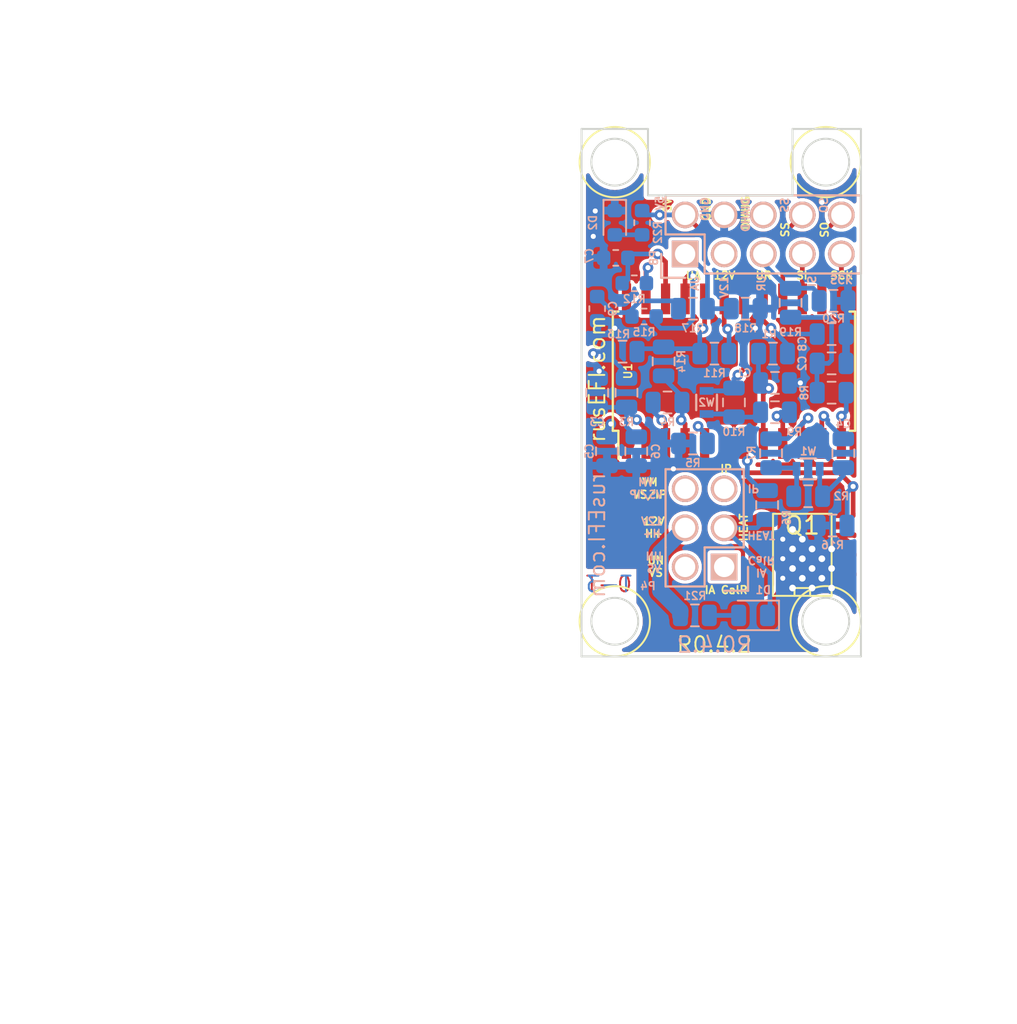
<source format=kicad_pcb>
(kicad_pcb (version 20171130) (host pcbnew "(5.1.5)-3")
  (title_block (title "CJ125 Wide O2 ") (date 2020-06-12) (rev R0.4.2) (company http://rusefi.com/))
  (layers (0 F.Cu signal) (1 PWR power) (2 GND power) (31 B.Cu signal) (34 B.Paste user) (35 F.Paste user) (36 B.SilkS user) (37 F.SilkS user) (38 B.Mask user) (39 F.Mask user) (44 Edge.Cuts user))
  (net 0 "")
  (net 1 GND)
  (net 2 /RST)
  (net 3 /CJ125_UR)
  (net 4 /UN)
  (net 5 "Net-(C4-Pad1)")
  (net 6 /CM)
  (net 7 /WO2-12V)
  (net 8 /CF)
  (net 9 /CJ125_5v)
  (net 10 /CJ125_UA)
  (net 11 /CJ125_IP)
  (net 12 /CJ125_HEATER)
  (net 13 /CJ125_IA)
  (net 14 /CJ125_VM)
  (net 15 /CJ125_UN)
  (net 16 /CJ125_SS)
  (net 17 /CJ125_SI)
  (net 18 /CJ125_SO)
  (net 19 /CJ125_SCK)
  (net 20 "Net-(R2-Pad1)")
  (net 21 /OSZ)
  (net 22 /DIAHD)
  (net 23 /RM)
  (net 24 /UR)
  (net 25 "Net-(R10-Pad2)")
  (net 26 /RS)
  (net 27 /UP)
  (net 28 /US)
  (net 29 /RF)
  (net 30 /UA)
  (net 31 /DIAHG)
  (net 32 "Net-(P8-Pad1)")
  (net 33 "Net-(P8-Pad5)")
  (net 34 "Net-(D1-Pad2)")
  (net 35 "Net-(D2-Pad2)")
  (module Resistor_SMD:R_0805_2012Metric (layer B.Cu) (at 118.745 136.525 180)
    (fp_text reference R21 (at 0 1.27) (layer B.SilkS) (effects (font (size 0.508 0.508) (thickness 0.1016)) (justify mirror)))
    (fp_text value 4.7k)
    (pad 2 smd roundrect (at 0.9375 0 180) (size 0.975 1.4) (layers B.Cu B.Paste B.Mask) (net 7 /WO2-12V))
    (pad 1 smd roundrect (at -0.9375 0 180) (size 0.975 1.4) (layers B.Cu B.Paste B.Mask) (net 34 "Net-(D1-Pad2)"))
  )
  (module Resistor_SMD:R_0805_2012Metric (layer B.Cu) (at 127.762 116.078)
    (fp_text reference R20 (at 0 1.143) (layer B.SilkS) (effects (font (size 0.508 0.508) (thickness 0.1016)) (justify mirror)))
    (fp_text value 10k)
    (pad 2 smd roundrect (at 0.9375 0) (size 0.975 1.4) (layers B.Cu B.Paste B.Mask) (net 1 GND))
    (pad 1 smd roundrect (at -0.9375 0) (size 0.975 1.4) (layers B.Cu B.Paste B.Mask) (net 33 "Net-(P8-Pad5)"))
  )
  (module Resistor_SMD:R_0805_2012Metric (layer B.Cu) (at 124.968 116.205 270)
    (fp_text reference R19 (at 1.905 0 180) (layer B.SilkS) (effects (font (size 0.508 0.508) (thickness 0.1016)) (justify mirror)))
    (fp_text value 6.8k)
    (pad 2 smd roundrect (at 0.9375 0 270) (size 0.975 1.4) (layers B.Cu B.Paste B.Mask) (net 3 /CJ125_UR))
    (pad 1 smd roundrect (at -0.9375 0 270) (size 0.975 1.4) (layers B.Cu B.Paste B.Mask) (net 33 "Net-(P8-Pad5)"))
  )
  (module Resistor_SMD:R_0805_2012Metric (layer B.Cu) (at 122.047 116.586)
    (fp_text reference R18 (at 0 1.27) (layer B.SilkS) (effects (font (size 0.508 0.508) (thickness 0.1016)) (justify mirror)))
    (fp_text value 10k)
    (pad 2 smd roundrect (at 0.9375 0) (size 0.975 1.4) (layers B.Cu B.Paste B.Mask) (net 1 GND))
    (pad 1 smd roundrect (at -0.9375 0) (size 0.975 1.4) (layers B.Cu B.Paste B.Mask) (net 32 "Net-(P8-Pad1)"))
  )
  (module Resistor_SMD:R_0805_2012Metric (layer B.Cu) (at 118.618 116.586 180)
    (fp_text reference R17 (at 0 -1.27) (layer B.SilkS) (effects (font (size 0.508 0.508) (thickness 0.1016)) (justify mirror)))
    (fp_text value 6.8k)
    (pad 2 smd roundrect (at 0.9375 0 180) (size 0.975 1.4) (layers B.Cu B.Paste B.Mask) (net 10 /CJ125_UA))
    (pad 1 smd roundrect (at -0.9375 0 180) (size 0.975 1.4) (layers B.Cu B.Paste B.Mask) (net 32 "Net-(P8-Pad1)"))
  )
  (module Resistor_SMD:R_0805_2012Metric (layer B.Cu) (at 127.6985 130.683)
    (fp_text reference R16 (at 0 1.27) (layer B.SilkS) (effects (font (size 0.508 0.508) (thickness 0.1016)) (justify mirror)))
    (fp_text value 10k)
    (pad 2 smd roundrect (at 0.9375 0) (size 0.975 1.4) (layers B.Cu B.Paste B.Mask) (net 31 /DIAHG))
    (pad 1 smd roundrect (at -0.9375 0) (size 0.975 1.4) (layers B.Cu B.Paste B.Mask) (net 1 GND))
  )
  (module Resistor_SMD:R_0805_2012Metric (layer B.Cu) (at 116.713 120.015 90)
    (fp_text reference R14 (at 0 1.143 90) (layer B.SilkS) (effects (font (size 0.508 0.508) (thickness 0.1016)) (justify mirror)))
    (fp_text value 511k)
    (pad 2 smd roundrect (at 0.9375 0 90) (size 0.975 1.4) (layers B.Cu B.Paste B.Mask) (net 27 /UP))
    (pad 1 smd roundrect (at -0.9375 0 90) (size 0.975 1.4) (layers B.Cu B.Paste B.Mask) (net 13 /CJ125_IA))
  )
  (module Resistor_SMD:R_0805_2012Metric (layer B.Cu) (at 114.046 119.38)
    (fp_text reference R13 (at -0.254 -1.143) (layer B.SilkS) (effects (font (size 0.508 0.508) (thickness 0.1016)) (justify mirror)))
    (fp_text value 100k)
    (pad 2 smd roundrect (at 0.9375 0) (size 0.975 1.4) (layers B.Cu B.Paste B.Mask) (net 27 /UP))
    (pad 1 smd roundrect (at -0.9375 0) (size 0.975 1.4) (layers B.Cu B.Paste B.Mask) (net 15 /CJ125_UN))
  )
  (module Resistor_SMD:R_0805_2012Metric (layer B.Cu) (at 120.015 119.507)
    (fp_text reference R11 (at 0 1.27) (layer B.SilkS) (effects (font (size 0.508 0.508) (thickness 0.1016)) (justify mirror)))
    (fp_text value 5.11k)
    (pad 2 smd roundrect (at 0.9375 0) (size 0.975 1.4) (layers B.Cu B.Paste B.Mask) (net 28 /US))
    (pad 1 smd roundrect (at -0.9375 0) (size 0.975 1.4) (layers B.Cu B.Paste B.Mask) (net 27 /UP))
  )
  (module Resistor_SMD:R_0805_2012Metric (layer B.Cu) (at 121.285 122.682 270)
    (fp_text reference R10 (at 1.905 0 180) (layer B.SilkS) (effects (font (size 0.508 0.508) (thickness 0.1016)) (justify mirror)))
    (fp_text value 220)
    (pad 2 smd roundrect (at 0.9375 0 270) (size 0.975 1.4) (layers B.Cu B.Paste B.Mask) (net 25 "Net-(R10-Pad2)"))
    (pad 1 smd roundrect (at -0.9375 0 270) (size 0.975 1.4) (layers B.Cu B.Paste B.Mask) (net 14 /CJ125_VM))
  )
  (module Resistor_SMD:R_0805_2012Metric (layer B.Cu) (at 123.952 123.317)
    (fp_text reference R9 (at 1.27 1.27) (layer B.SilkS) (effects (font (size 0.508 0.508) (thickness 0.1016)) (justify mirror)))
    (fp_text value 82.5)
    (pad 2 smd roundrect (at 0.9375 0) (size 0.975 1.4) (layers B.Cu B.Paste B.Mask) (net 26 /RS))
    (pad 1 smd roundrect (at -0.9375 0) (size 0.975 1.4) (layers B.Cu B.Paste B.Mask) (net 25 "Net-(R10-Pad2)"))
  )
  (module Resistor_SMD:R_0805_2012Metric (layer B.Cu) (at 127.635 122.047 180)
    (fp_text reference R8 (at 1.778 0 90) (layer B.SilkS) (effects (font (size 0.508 0.508) (thickness 0.1016)) (justify mirror)))
    (fp_text value 1k)
    (pad 2 smd roundrect (at 0.9375 0 180) (size 0.975 1.4) (layers B.Cu B.Paste B.Mask) (net 3 /CJ125_UR))
    (pad 1 smd roundrect (at -0.9375 0 180) (size 0.975 1.4) (layers B.Cu B.Paste B.Mask) (net 24 /UR))
  )
  (module Resistor_SMD:R_0805_2012Metric (layer B.Cu) (at 123.698 125.984 270)
    (fp_text reference R7 (at 0 1.27 90) (layer B.SilkS) (effects (font (size 0.508 0.508) (thickness 0.1016)) (justify mirror)))
    (fp_text value 10k)
    (pad 2 smd roundrect (at 0.9375 0 270) (size 0.975 1.4) (layers B.Cu B.Paste B.Mask) (net 20 "Net-(R2-Pad1)"))
    (pad 1 smd roundrect (at -0.9375 0 270) (size 0.975 1.4) (layers B.Cu B.Paste B.Mask) (net 23 /RM))
  )
  (module Resistor_SMD:R_0805_2012Metric (layer B.Cu) (at 123.444 129.3495 270)
    (fp_text reference R6 (at 0.8255 -1.27 90) (layer B.SilkS) (effects (font (size 0.508 0.508) (thickness 0.1016)) (justify mirror)))
    (fp_text value 6.8k)
    (pad 2 smd roundrect (at 0.9375 0 270) (size 0.975 1.4) (layers B.Cu B.Paste B.Mask) (net 12 /CJ125_HEATER))
    (pad 1 smd roundrect (at -0.9375 0 270) (size 0.975 1.4) (layers B.Cu B.Paste B.Mask) (net 22 /DIAHD))
  )
  (module Resistor_SMD:R_0805_2012Metric (layer B.Cu) (at 118.618 125.349)
    (fp_text reference R5 (at 0 1.27) (layer B.SilkS) (effects (font (size 0.508 0.508) (thickness 0.1016)) (justify mirror)))
    (fp_text value 10k)
    (pad 2 smd roundrect (at 0.9375 0) (size 0.975 1.4) (layers B.Cu B.Paste B.Mask) (net 21 /OSZ))
    (pad 1 smd roundrect (at -0.9375 0) (size 0.975 1.4) (layers B.Cu B.Paste B.Mask) (net 1 GND))
  )
  (module Resistor_SMD:R_0805_2012Metric (layer B.Cu) (at 116.967 122.682)
    (fp_text reference R4 (at 0 1.27) (layer B.SilkS) (effects (font (size 0.508 0.508) (thickness 0.1016)) (justify mirror)))
    (fp_text value 61.9)
    (pad 2 smd roundrect (at 0.9375 0) (size 0.975 1.4) (layers B.Cu B.Paste B.Mask) (net 13 /CJ125_IA))
    (pad 1 smd roundrect (at -0.9375 0) (size 0.975 1.4) (layers B.Cu B.Paste B.Mask) (net 11 /CJ125_IP))
  )
  (module Resistor_SMD:R_0805_2012Metric (layer B.Cu) (at 114.3 122.047 90)
    (fp_text reference R3 (at -1.905 0 180) (layer B.SilkS) (effects (font (size 0.508 0.508) (thickness 0.1016)) (justify mirror)))
    (fp_text value 0R)
    (pad 2 smd roundrect (at 0.9375 0 90) (size 0.975 1.4) (layers B.Cu B.Paste B.Mask) (net 15 /CJ125_UN))
    (pad 1 smd roundrect (at -0.9375 0 90) (size 0.975 1.4) (layers B.Cu B.Paste B.Mask) (net 4 /UN))
  )
  (module Resistor_SMD:R_0805_2012Metric (layer B.Cu) (at 126.111 128.778)
    (fp_text reference R2 (at 2.159 0) (layer B.SilkS) (effects (font (size 0.508 0.508) (thickness 0.1016)) (justify mirror)))
    (fp_text value 21k6)
    (pad 2 smd roundrect (at 0.9375 0) (size 0.975 1.4) (layers B.Cu B.Paste B.Mask) (net 5 "Net-(C4-Pad1)"))
    (pad 1 smd roundrect (at -0.9375 0) (size 0.975 1.4) (layers B.Cu B.Paste B.Mask) (net 20 "Net-(R2-Pad1)"))
  )
  (module Resistor_SMD:R_0805_2012Metric (layer B.Cu) (at 123.825 119.507)
    (fp_text reference R1 (at -0.254 -1.27) (layer B.SilkS) (effects (font (size 0.508 0.508) (thickness 0.1016)) (justify mirror)))
    (fp_text value 10k)
    (pad 2 smd roundrect (at 0.9375 0) (size 0.975 1.4) (layers B.Cu B.Paste B.Mask) (net 9 /CJ125_5v))
    (pad 1 smd roundrect (at -0.9375 0) (size 0.975 1.4) (layers B.Cu B.Paste B.Mask) (net 2 /RST))
  )
  (module LED_SMD:LED_0805_2012Metric (layer B.Cu) (at 122.5296 136.525 180)
    (fp_text reference D1 (at -0.6604 1.65) (layer B.SilkS) (effects (font (size 0.508 0.508) (thickness 0.1016)) (justify mirror)))
    (fp_text value LED-RED)
    (pad 2 smd roundrect (at 0.9375 0 180) (size 0.975 1.4) (layers B.Cu B.Paste B.Mask) (net 34 "Net-(D1-Pad2)"))
    (pad 1 smd roundrect (at -0.9375 0 180) (size 0.975 1.4) (layers B.Cu B.Paste B.Mask) (net 12 /CJ125_HEATER))
  )
  (module Capacitor_SMD:C_0805_2012Metric (layer B.Cu) (at 127.635 118.237 180)
    (fp_text reference C8 (at 1.905 -0.635 90) (layer B.SilkS) (effects (font (size 0.508 0.508) (thickness 0.1016)) (justify mirror)))
    (fp_text value 0.033uF)
    (pad 2 smd roundrect (at 0.9375 0 180) (size 0.975 1.4) (layers B.Cu B.Paste B.Mask) (net 9 /CJ125_5v))
    (pad 1 smd roundrect (at -0.9375 0 180) (size 0.975 1.4) (layers B.Cu B.Paste B.Mask) (net 1 GND))
  )
  (module Capacitor_SMD:C_0805_2012Metric (layer B.Cu) (at 113.03 125.857 90)
    (fp_text reference C6 (at 0 3.175 90) (layer B.SilkS) (effects (font (size 0.508 0.508) (thickness 0.1016)) (justify mirror)))
    (fp_text value 0.033uF)
    (pad 2 smd roundrect (at 0.9375 0 90) (size 0.975 1.4) (layers B.Cu B.Paste B.Mask) (net 7 /WO2-12V))
    (pad 1 smd roundrect (at -0.9375 0 90) (size 0.975 1.4) (layers B.Cu B.Paste B.Mask) (net 1 GND))
  )
  (module Capacitor_SMD:C_0805_2012Metric (layer B.Cu) (at 114.935 125.857 270)
    (fp_text reference C5 (at 0 3.048 270) (layer B.SilkS) (effects (font (size 0.508 0.508) (thickness 0.1016)) (justify mirror)))
    (fp_text value 220pf)
    (pad 2 smd roundrect (at 0.9375 0 270) (size 0.975 1.4) (layers B.Cu B.Paste B.Mask) (net 1 GND))
    (pad 1 smd roundrect (at -0.9375 0 270) (size 0.975 1.4) (layers B.Cu B.Paste B.Mask) (net 4 /UN))
  )
  (module Capacitor_SMD:C_0805_2012Metric (layer B.Cu) (at 128.397 125.984 90)
    (fp_text reference C4 (at 1.905 0 180) (layer B.SilkS) (effects (font (size 0.508 0.508) (thickness 0.1016)) (justify mirror)))
    (fp_text value 0.1uF)
    (pad 2 smd roundrect (at 0.9375 0 90) (size 0.975 1.4) (layers B.Cu B.Paste B.Mask) (net 6 /CM))
    (pad 1 smd roundrect (at -0.9375 0 90) (size 0.975 1.4) (layers B.Cu B.Paste B.Mask) (net 5 "Net-(C4-Pad1)"))
  )
  (module Capacitor_SMD:C_0805_2012Metric (layer B.Cu) (at 112.395 122.047 90)
    (fp_text reference C3 (at -1.905 0 180) (layer B.SilkS) (effects (font (size 0.508 0.508) (thickness 0.1016)) (justify mirror)))
    (fp_text value DNP)
    (pad 2 smd roundrect (at 0.9375 0 90) (size 0.975 1.4) (layers B.Cu B.Paste B.Mask) (net 1 GND))
    (pad 1 smd roundrect (at -0.9375 0 90) (size 0.975 1.4) (layers B.Cu B.Paste B.Mask) (net 4 /UN))
  )
  (module Capacitor_SMD:C_0805_2012Metric (layer B.Cu) (at 127.635 120.142)
    (fp_text reference C2 (at -1.905 0 90) (layer B.SilkS) (effects (font (size 0.508 0.508) (thickness 0.1016)) (justify mirror)))
    (fp_text value 0.033uF)
    (pad 2 smd roundrect (at 0.9375 0) (size 0.975 1.4) (layers B.Cu B.Paste B.Mask) (net 1 GND))
    (pad 1 smd roundrect (at -0.9375 0) (size 0.975 1.4) (layers B.Cu B.Paste B.Mask) (net 3 /CJ125_UR))
  )
  (module Capacitor_SMD:C_0805_2012Metric (layer B.Cu) (at 123.952 121.412)
    (fp_text reference C1 (at -2.032 -0.635 180) (layer B.SilkS) (effects (font (size 0.508 0.508) (thickness 0.1016)) (justify mirror)))
    (fp_text value 1000pF)
    (pad 2 smd roundrect (at 0.9375 0) (size 0.975 1.4) (layers B.Cu B.Paste B.Mask) (net 1 GND))
    (pad 1 smd roundrect (at -0.9375 0) (size 0.975 1.4) (layers B.Cu B.Paste B.Mask) (net 2 /RST))
  )
  (module Socket_Strips:Socket_Strip_Straight_2x05 (layer B.Cu) (at 118.11 113.03)
    (fp_text reference P8 (at -2.032 0.254 90) (layer B.SilkS) (effects (font (size 0.508 0.508) (thickness 0.1016)) (justify mirror)))
    (fp_text value CONN_02X05 hide)
    (pad 1 thru_hole rect (at 0 0) (size 1.7272 1.7272) (drill 1.3208) (layers *.Cu *.Mask B.SilkS) (net 32 "Net-(P8-Pad1)"))
    (pad 2 thru_hole oval (at 0 -2.54) (size 1.7272 1.7272) (drill 1.3208) (layers *.Cu *.Mask B.SilkS) (net 9 /CJ125_5v))
    (pad 3 thru_hole oval (at 2.54 0) (size 1.7272 1.7272) (drill 1.3208) (layers *.Cu *.Mask B.SilkS) (net 7 /WO2-12V))
    (pad 4 thru_hole oval (at 2.54 -2.54) (size 1.7272 1.7272) (drill 1.3208) (layers *.Cu *.Mask B.SilkS) (net 1 GND))
    (pad 5 thru_hole oval (at 5.08 0) (size 1.7272 1.7272) (drill 1.3208) (layers *.Cu *.Mask B.SilkS) (net 33 "Net-(P8-Pad5)"))
    (pad 6 thru_hole oval (at 5.08 -2.54) (size 1.7272 1.7272) (drill 1.3208) (layers *.Cu *.Mask B.SilkS) (net 31 /DIAHG))
    (pad 7 thru_hole oval (at 7.62 0) (size 1.7272 1.7272) (drill 1.3208) (layers *.Cu *.Mask B.SilkS) (net 17 /CJ125_SI))
    (pad 8 thru_hole oval (at 7.62 -2.54) (size 1.7272 1.7272) (drill 1.3208) (layers *.Cu *.Mask B.SilkS) (net 16 /CJ125_SS))
    (pad 9 thru_hole oval (at 10.16 0) (size 1.7272 1.7272) (drill 1.3208) (layers *.Cu *.Mask B.SilkS) (net 19 /CJ125_SCK))
    (pad 10 thru_hole oval (at 10.16 -2.54) (size 1.7272 1.7272) (drill 1.3208) (layers *.Cu *.Mask B.SilkS) (net 18 /CJ125_SO))
  )
  (module Resistor_SMD:R_0603_1608Metric (layer B.Cu) (at 115.443 117.094)
    (fp_text reference R15 (at 0 1.016) (layer B.SilkS) (effects (font (size 0.508 0.508) (thickness 0.1016)) (justify mirror)))
    (fp_text value 1k)
    (pad 2 smd roundrect (at 0.7875 0) (size 0.875 0.95) (layers B.Cu B.Paste B.Mask) (net 30 /UA))
    (pad 1 smd roundrect (at -0.7875 0) (size 0.875 0.95) (layers B.Cu B.Paste B.Mask) (net 10 /CJ125_UA))
  )
  (module Capacitor_SMD:C_0603_1608Metric (layer B.Cu) (at 112.395 116.586 90)
    (fp_text reference C9 (at 0 1.016 90) (layer B.SilkS) (effects (font (size 0.508 0.508) (thickness 0.1016)) (justify mirror)))
    (fp_text value 0.033uF)
    (pad 2 smd roundrect (at 0.7875 0 90) (size 0.875 0.95) (layers B.Cu B.Paste B.Mask) (net 10 /CJ125_UA))
    (pad 1 smd roundrect (at -0.7875 0 90) (size 0.875 0.95) (layers B.Cu B.Paste B.Mask) (net 1 GND))
  )
  (module Resistor_SMD:R_0603_1608Metric (layer B.Cu) (at 115.316 110.998 270)
    (fp_text reference R22 (at 0.635 -1.016 90) (layer B.SilkS) (effects (font (size 0.508 0.508) (thickness 0.1016)) (justify mirror)))
    (fp_text value 1k)
    (pad 2 smd roundrect (at 0.7875 0 270) (size 0.875 0.95) (layers B.Cu B.Paste B.Mask) (net 35 "Net-(D2-Pad2)"))
    (pad 1 smd roundrect (at -0.7875 0 270) (size 0.875 0.95) (layers B.Cu B.Paste B.Mask) (net 9 /CJ125_5v))
  )
  (module LED_SMD:LED_0603_1608Metric (layer B.Cu) (at 113.538 110.998 270)
    (fp_text reference D2 (at 0 1.43 90) (layer B.SilkS) (effects (font (size 0.508 0.508) (thickness 0.1016)) (justify mirror)))
    (fp_text value LED-GRN)
    (pad 2 smd roundrect (at 0.7875 0 270) (size 0.875 0.95) (layers B.Cu B.Paste B.Mask) (net 35 "Net-(D2-Pad2)"))
    (pad 1 smd roundrect (at -0.7875 0 270) (size 0.875 0.95) (layers B.Cu B.Paste B.Mask) (net 1 GND))
  )
  (module Resistor_SMD:R_0603_1608Metric (layer B.Cu) (at 114.808 114.935)
    (fp_text reference R12 (at 0 1.016) (layer B.SilkS) (effects (font (size 0.508 0.508) (thickness 0.1016)) (justify mirror)))
    (fp_text value 100k)
    (pad 2 smd roundrect (at 0.7875 0) (size 0.875 0.95) (layers B.Cu B.Paste B.Mask) (net 29 /RF))
    (pad 1 smd roundrect (at -0.7875 0) (size 0.875 0.95) (layers B.Cu B.Paste B.Mask) (net 8 /CF))
  )
  (module Capacitor_SMD:C_0603_1608Metric (layer B.Cu) (at 113.6015 113.284)
    (fp_text reference C7 (at -1.7145 -0.127 90) (layer B.SilkS) (effects (font (size 0.508 0.508) (thickness 0.1016)) (justify mirror)))
    (fp_text value 0.1uF)
    (pad 2 smd roundrect (at 0.7875 0) (size 0.875 0.95) (layers B.Cu B.Paste B.Mask) (net 8 /CF))
    (pad 1 smd roundrect (at -0.7875 0) (size 0.875 0.95) (layers B.Cu B.Paste B.Mask) (net 1 GND))
  )
  (module rsuEFI_Lib:SO8E_ST (layer F.Cu) (at 125.73 132.588 90)
    (fp_text reference Q1 (at 1.905 0) (layer F.SilkS) (effects (font (size 1.143 1.143) (thickness 0.1524))))
    (fp_text value FDS2734 hide)
    (pad 1 smd rect (at 1.905 2.667 90) (size 0.508 1.143) (layers F.Cu F.Paste F.Mask) (net 31 /DIAHG))
    (pad 3 smd rect (at 0.635 2.667 90) (size 0.508 1.143) (layers F.Cu F.Paste F.Mask) (net 1 GND))
    (pad 3 smd rect (at -0.635 2.667 90) (size 0.508 1.143) (layers F.Cu F.Paste F.Mask) (net 1 GND))
    (pad 2 smd rect (at 1.905 -2.667 90) (size 0.508 1.143) (layers F.Cu F.Paste F.Mask) (net 12 /CJ125_HEATER))
    (pad 2 smd rect (at 0.635 -2.667 90) (size 0.508 1.143) (layers F.Cu F.Paste F.Mask) (net 12 /CJ125_HEATER))
    (pad 2 smd rect (at -0.635 -2.667 90) (size 0.508 1.143) (layers F.Cu F.Paste F.Mask) (net 12 /CJ125_HEATER))
    (pad 3 smd rect (at -1.905 2.667 90) (size 0.508 1.143) (layers F.Cu F.Paste F.Mask) (net 1 GND))
    (pad 2 smd rect (at -1.905 -2.667 90) (size 0.508 1.143) (layers F.Cu F.Paste F.Mask) (net 12 /CJ125_HEATER))
  )
  (module SOIC-24_7.5x15.4mm_Pitch1.27mm (layer F.Cu) (at 121.285 120.65 90)
    (fp_text reference U1 (at 0 -6.8834 90) (layer F.SilkS) (effects (font (size 0.508 0.508) (thickness 0.1016))))
    (fp_text value CJ125)
    (pad 1 smd rect (at -4.7 -6.985 90) (size 2 0.6) (layers F.Cu F.Paste F.Mask) (net 7 /WO2-12V))
    (pad 2 smd rect (at -4.7 -5.715 90) (size 2 0.6) (layers F.Cu F.Paste F.Mask) (net 4 /UN))
    (pad 3 smd rect (at -4.7 -4.445 90) (size 2 0.6) (layers F.Cu F.Paste F.Mask) (net 11 /CJ125_IP))
    (pad 4 smd rect (at -4.7 -3.175 90) (size 2 0.6) (layers F.Cu F.Paste F.Mask) (net 13 /CJ125_IA))
    (pad 5 smd rect (at -4.7 -1.905 90) (size 2 0.6) (layers F.Cu F.Paste F.Mask) (net 21 /OSZ))
    (pad 6 smd rect (at -4.7 -0.635 90) (size 2 0.6) (layers F.Cu F.Paste F.Mask) (net 31 /DIAHG))
    (pad 7 smd rect (at -4.7 0.635 90) (size 2 0.6) (layers F.Cu F.Paste F.Mask) (net 22 /DIAHD))
    (pad 8 smd rect (at -4.7 1.905 90) (size 2 0.6) (layers F.Cu F.Paste F.Mask) (net 2 /RST))
    (pad 9 smd rect (at -4.7 3.175 90) (size 2 0.6) (layers F.Cu F.Paste F.Mask) (net 26 /RS))
    (pad 10 smd rect (at -4.7 4.445 90) (size 2 0.6) (layers F.Cu F.Paste F.Mask) (net 23 /RM))
    (pad 11 smd rect (at -4.7 5.715 90) (size 2 0.6) (layers F.Cu F.Paste F.Mask) (net 6 /CM))
    (pad 12 smd rect (at -4.7 6.985 90) (size 2 0.6) (layers F.Cu F.Paste F.Mask) (net 24 /UR))
    (pad 13 smd rect (at 4.7 6.985 90) (size 2 0.6) (layers F.Cu F.Paste F.Mask) (net 19 /CJ125_SCK))
    (pad 14 smd rect (at 4.7 5.715 90) (size 2 0.6) (layers F.Cu F.Paste F.Mask) (net 18 /CJ125_SO))
    (pad 15 smd rect (at 4.7 4.445 90) (size 2 0.6) (layers F.Cu F.Paste F.Mask) (net 17 /CJ125_SI))
    (pad 16 smd rect (at 4.7 3.175 90) (size 2 0.6) (layers F.Cu F.Paste F.Mask) (net 16 /CJ125_SS))
    (pad 17 smd rect (at 4.7 1.905 90) (size 2 0.6) (layers F.Cu F.Paste F.Mask) (net 9 /CJ125_5v))
    (pad 18 smd rect (at 4.7 0.635 90) (size 2 0.6) (layers F.Cu F.Paste F.Mask) (net 14 /CJ125_VM))
    (pad 19 smd rect (at 4.7 -0.635 90) (size 2 0.6) (layers F.Cu F.Paste F.Mask) (net 28 /US))
    (pad 20 smd rect (at 4.7 -1.905 90) (size 2 0.6) (layers F.Cu F.Paste F.Mask) (net 27 /UP))
    (pad 21 smd rect (at 4.7 -3.175 90) (size 2 0.6) (layers F.Cu F.Paste F.Mask) (net 30 /UA))
    (pad 22 smd rect (at 4.7 -4.445 90) (size 2 0.6) (layers F.Cu F.Paste F.Mask) (net 8 /CF))
    (pad 23 smd rect (at 4.7 -5.715 90) (size 2 0.6) (layers F.Cu F.Paste F.Mask) (net 29 /RF))
    (pad 24 smd rect (at 4.7 -6.985 90) (size 2 0.6) (layers F.Cu F.Paste F.Mask) (net 1 GND))
  )
  (module Socket_Strips:Socket_Strip_Straight_2x03 (layer B.Cu) (at 120.65 133.3754 90)
    (fp_text reference P4 (at -1.2446 -4.953) (layer B.SilkS) (effects (font (size 0.508 0.508) (thickness 0.1016)) (justify mirror)))
    (fp_text value CONN_02X03 hide)
    (pad 1 thru_hole rect (at 0 0 90) (size 1.7272 1.7272) (drill 1.3208) (layers *.Cu *.Mask B.SilkS) (net 13 /CJ125_IA))
    (pad 2 thru_hole oval (at 0 -2.54 90) (size 1.7272 1.7272) (drill 1.3208) (layers *.Cu *.Mask B.SilkS) (net 15 /CJ125_UN))
    (pad 3 thru_hole oval (at 2.54 0 90) (size 1.7272 1.7272) (drill 1.3208) (layers *.Cu *.Mask B.SilkS) (net 12 /CJ125_HEATER))
    (pad 4 thru_hole oval (at 2.54 -2.54 90) (size 1.7272 1.7272) (drill 1.3208) (layers *.Cu *.Mask B.SilkS) (net 7 /WO2-12V))
    (pad 5 thru_hole oval (at 5.08 0 90) (size 1.7272 1.7272) (drill 1.3208) (layers *.Cu *.Mask B.SilkS) (net 11 /CJ125_IP))
    (pad 6 thru_hole oval (at 5.08 -2.54 90) (size 1.7272 1.7272) (drill 1.3208) (layers *.Cu *.Mask B.SilkS) (net 14 /CJ125_VM))
  )
  (module R_0603 (layer B.Cu) (at 126.111 127 180)
    (fp_text reference W1 (at 0 1.143 180) (layer B.SilkS) (effects (font (size 0.50038 0.50038) (thickness 0.10922)) (justify mirror)))
    (fp_text value TEST hide)
    (pad 1 smd rect (at -0.75 0 180) (size 0.5 0.9) (layers B.Cu B.Paste B.Mask) (net 5 "Net-(C4-Pad1)"))
    (pad 2 smd rect (at 0.75 0 180) (size 0.5 0.9) (layers B.Cu B.Paste B.Mask) (net 20 "Net-(R2-Pad1)"))
  )
  (module R_0603 (layer B.Cu) (at 119.507 122.682 90)
    (fp_text reference W2 (at 0 0) (layer B.SilkS) (effects (font (size 0.50038 0.50038) (thickness 0.10922)) (justify mirror)))
    (fp_text value TEST hide)
    (pad 1 smd rect (at -0.75 0 90) (size 0.5 0.9) (layers B.Cu B.Paste B.Mask) (net 25 "Net-(R10-Pad2)"))
    (pad 2 smd rect (at 0.75 0 90) (size 0.5 0.9) (layers B.Cu B.Paste B.Mask) (net 14 /CJ125_VM))
  )
  (gr_text rusEFI.com (at 112.395 131.318 90) (layer B.SilkS) (effects (font (size 1 1) (thickness 0.127)) (justify mirror)))
  (gr_text R0.4.2 (at 120.015 138.43) (layer B.SilkS) (effects (font (size 1.016 1.016) (thickness 0.127)) (justify mirror)))
  (gr_line (start 129.54 104.902) (end 125.095 104.902) (angle 90) (layer Edge.Cuts) (width 0.127))
  (gr_line (start 125.095 109.22) (end 125.095 104.902) (angle 90) (layer Edge.Cuts) (width 0.127))
  (gr_line (start 115.697 104.902) (end 111.379 104.902) (angle 90) (layer Edge.Cuts) (width 0.127))
  (gr_line (start 115.697 109.22) (end 115.697 104.902) (angle 90) (layer Edge.Cuts) (width 0.127))
  (gr_arc (start 127.254 107.061) (end 128.778 107.061) (angle 360) (layer Edge.Cuts) (width 0.127))
  (gr_arc (start 113.538 107.061) (end 115.062 107.061) (angle 360) (layer Edge.Cuts) (width 0.127))
  (gr_circle (center 127.254 107.061) (end 129.54 107.061) (layer F.SilkS) (width 0.127))
  (gr_circle (center 127.254 136.906) (end 129.54 136.906) (layer F.SilkS) (width 0.127))
  (gr_circle (center 113.538 136.906) (end 113.538 139.192) (layer F.SilkS) (width 0.127))
  (gr_circle (center 113.538 107.061) (end 115.824 107.061) (layer F.SilkS) (width 0.127))
  (gr_circle (center 127.254 136.906) (end 127.254 138.43) (layer Edge.Cuts) (width 0.127))
  (gr_circle (center 113.538 136.906) (end 113.538 138.43) (layer Edge.Cuts) (width 0.127))
  (gr_line (start 111.379 139.192) (end 129.54 139.192) (angle 90) (layer Edge.Cuts) (width 0.127))
  (gr_text rusEFI.com (at 112.395 121.158 90) (layer F.SilkS) (effects (font (size 1.016 1.016) (thickness 0.127))))
  (gr_text "IA\nCalR" (at 123.063 133.35 180) (layer B.SilkS) (effects (font (size 0.50038 0.50038) (thickness 0.10922)) (justify mirror)))
  (gr_text HEAT (at 123.063 131.318 180) (layer B.SilkS) (effects (font (size 0.50038 0.50038) (thickness 0.10922)) (justify mirror)))
  (gr_text "VM\nVS/IP" (at 115.57 128.27) (layer B.SilkS) (effects (font (size 0.50038 0.50038) (thickness 0.10922)) (justify mirror)))
  (gr_text "12V\nH+" (at 115.951 130.81) (layer B.SilkS) (effects (font (size 0.50038 0.50038) (thickness 0.10922)) (justify mirror)))
  (gr_text "UN\nVS" (at 116.078 133.096) (layer B.SilkS) (effects (font (size 0.50038 0.50038) (thickness 0.10922)) (justify mirror)))
  (gr_text IP (at 122.555 128.27 180) (layer B.SilkS) (effects (font (size 0.50038 0.50038) (thickness 0.10922)) (justify mirror)))
  (gr_text 5V (at 116.459 109.728 90) (layer B.SilkS) (effects (font (size 0.50038 0.50038) (thickness 0.10922)) (justify mirror)))
  (gr_text GND (at 119.38 110.109 90) (layer B.SilkS) (effects (font (size 0.50038 0.50038) (thickness 0.10922)) (justify mirror)))
  (gr_text DIAHD (at 122.047 110.49 90) (layer B.SilkS) (effects (font (size 0.50038 0.50038) (thickness 0.10922)) (justify mirror)))
  (gr_text SS (at 124.587 109.855 90) (layer B.SilkS) (effects (font (size 0.50038 0.50038) (thickness 0.10922)) (justify mirror)))
  (gr_text SO (at 127.127 109.855 90) (layer B.SilkS) (effects (font (size 0.50038 0.50038) (thickness 0.10922)) (justify mirror)))
  (gr_text SI (at 126.365 114.808 90) (layer B.SilkS) (effects (font (size 0.50038 0.50038) (thickness 0.10922)) (justify mirror)))
  (gr_text SCK (at 128.27 114.681 180) (layer B.SilkS) (effects (font (size 0.50038 0.50038) (thickness 0.10922)) (justify mirror)))
  (gr_text UR (at 123.063 114.935 90) (layer B.SilkS) (effects (font (size 0.50038 0.50038) (thickness 0.10922)) (justify mirror)))
  (gr_text 12V (at 120.65 115.189 90) (layer B.SilkS) (effects (font (size 0.50038 0.50038) (thickness 0.10922)) (justify mirror)))
  (gr_text UA (at 118.745 114.935 90) (layer B.SilkS) (effects (font (size 0.50038 0.50038) (thickness 0.10922)) (justify mirror)))
  (gr_text "IA CalR" (at 120.777 134.874) (layer F.SilkS) (effects (font (size 0.50038 0.50038) (thickness 0.10922))))
  (gr_text HEAT (at 121.92 130.81 90) (layer F.SilkS) (effects (font (size 0.50038 0.50038) (thickness 0.10922))))
  (gr_text IP (at 120.777 127) (layer F.SilkS) (effects (font (size 0.50038 0.50038) (thickness 0.10922))))
  (gr_text "UN\nVS" (at 116.205 133.35) (layer F.SilkS) (effects (font (size 0.50038 0.50038) (thickness 0.10922))))
  (gr_text "12V\nH+" (at 116.078 130.81) (layer F.SilkS) (effects (font (size 0.50038 0.50038) (thickness 0.10922))))
  (gr_text "VM\nVS/IP" (at 115.824 128.27) (layer F.SilkS) (effects (font (size 0.50038 0.50038) (thickness 0.10922))))
  (gr_text UA (at 118.6434 114.4524) (layer F.SilkS) (effects (font (size 0.50038 0.50038) (thickness 0.10922))))
  (gr_text 12V (at 120.6754 114.427) (layer F.SilkS) (effects (font (size 0.50038 0.50038) (thickness 0.10922))))
  (gr_text UR (at 123.2154 114.427) (layer F.SilkS) (effects (font (size 0.50038 0.50038) (thickness 0.10922))))
  (gr_text SCK (at 128.2954 114.427) (layer F.SilkS) (effects (font (size 0.50038 0.50038) (thickness 0.10922))))
  (gr_text SI (at 125.7046 114.427) (layer F.SilkS) (effects (font (size 0.50038 0.50038) (thickness 0.10922))))
  (gr_text SO (at 127.1778 111.4552 90) (layer F.SilkS) (effects (font (size 0.50038 0.50038) (thickness 0.10922))))
  (gr_text SS (at 124.6124 111.4552 90) (layer F.SilkS) (effects (font (size 0.50038 0.50038) (thickness 0.10922))))
  (gr_text DIAHG (at 122.047 110.363 90) (layer F.SilkS) (effects (font (size 0.50038 0.50038) (thickness 0.10922))))
  (gr_text GND (at 119.507 110.109 90) (layer F.SilkS) (effects (font (size 0.50038 0.50038) (thickness 0.10922))))
  (gr_text 5V (at 116.967 109.855 90) (layer F.SilkS) (effects (font (size 0.50038 0.50038) (thickness 0.10922))))
  (gr_text R0.4.2 (at 120.015 138.43) (layer F.SilkS) (effects (font (size 1.016 1.016) (thickness 0.127))))
  (gr_text T-0 (at 113.157 134.493) (layer F.Cu) (effects (font (size 1.016 1.016) (thickness 0.127))))
  (gr_line (start 115.697 109.22) (end 125.095 109.22) (angle 90) (layer Edge.Cuts) (width 0.127))
  (gr_line (start 111.379 139.192) (end 111.379 104.902) (angle 90) (layer Edge.Cuts) (width 0.127))
  (gr_line (start 129.54 104.902) (end 129.54 139.192) (angle 90) (layer Edge.Cuts) (width 0.127))
  (gr_text T-3 (at 113.157 134.493) (layer B.Cu) (effects (font (size 1.016 1.016) (thickness 0.127)) (justify mirror)))
  (segment (start 122.87 116.586) (end 122.87 117.668) (width 0.3048) (layer B.Cu) (net 1))
  (via (at 122.682 117.856) (size 0.6858) (drill 0.3302) (layers F.Cu B.Cu) (net 1))
  (segment (start 122.87 117.668) (end 122.682 117.856) (width 0.3048) (layer B.Cu) (net 1))
  (segment (start 114.3 115.95) (end 114.3 117.094) (width 0.3048) (layer F.Cu) (net 1))
  (segment (start 113.2205 117.5385) (end 113.538 117.856) (width 0.3048) (layer B.Cu) (net 1))
  (via (at 113.538 117.856) (size 0.6858) (drill 0.3302) (layers F.Cu B.Cu) (net 1))
  (segment (start 113.2205 117.5385) (end 112.395 117.5385) (width 0.3048) (layer B.Cu) (net 1))
  (segment (start 114.3 117.094) (end 113.538 117.856) (width 0.3048) (layer F.Cu) (net 1))
  (segment (start 114.935 126.8095) (end 117.1575 126.8095) (width 0.3048) (layer B.Cu) (net 1))
  (segment (start 117.6655 126.6825) (end 117.348 127) (width 0.3048) (layer B.Cu) (net 1))
  (via (at 117.348 127) (size 0.6858) (drill 0.3302) (layers F.Cu B.Cu) (net 1))
  (segment (start 117.6655 126.6825) (end 117.6655 125.349) (width 0.3048) (layer B.Cu) (net 1))
  (segment (start 117.1575 126.8095) (end 117.348 127) (width 0.3048) (layer B.Cu) (net 1))
  (segment (start 128.5875 120.142) (end 128.5875 119.5705) (width 0.3048) (layer B.Cu) (net 1))
  (via (at 127 109.6772) (size 0.6858) (drill 0.3302) (layers F.Cu B.Cu) (net 1))
  (segment (start 125.095 132.207) (end 124.46 131.572) (width 0.3048) (layer B.Cu) (net 1))
  (via (at 127.635 134.747) (size 0.78994) (drill 0.43434) (layers F.Cu B.Cu) (net 1))
  (segment (start 127.635 134.747) (end 127.635 133.477) (width 0.3048) (layer B.Cu) (net 1))
  (via (at 127.635 133.477) (size 0.78994) (drill 0.43434) (layers F.Cu B.Cu) (net 1))
  (segment (start 127.635 133.477) (end 127.635 132.207) (width 0.3048) (layer F.Cu) (net 1))
  (via (at 127.635 132.207) (size 0.78994) (drill 0.43434) (layers F.Cu B.Cu) (net 1))
  (segment (start 127.635 132.207) (end 127 131.572) (width 0.3048) (layer B.Cu) (net 1))
  (via (at 125.095 130.937) (size 0.78994) (drill 0.43434) (layers F.Cu B.Cu) (net 1))
  (segment (start 127 131.572) (end 127 132.842) (width 0.3048) (layer F.Cu) (net 1))
  (via (at 127 132.842) (size 0.78994) (drill 0.43434) (layers F.Cu B.Cu) (net 1))
  (segment (start 127 132.842) (end 127 134.112) (width 0.3048) (layer B.Cu) (net 1))
  (via (at 127 134.112) (size 0.78994) (drill 0.43434) (layers F.Cu B.Cu) (net 1))
  (segment (start 127 134.112) (end 126.365 134.747) (width 0.3048) (layer F.Cu) (net 1))
  (via (at 126.365 134.747) (size 0.78994) (drill 0.43434) (layers F.Cu B.Cu) (net 1))
  (segment (start 126.365 134.747) (end 126.365 133.477) (width 0.3048) (layer B.Cu) (net 1))
  (via (at 126.365 133.477) (size 0.78994) (drill 0.43434) (layers F.Cu B.Cu) (net 1))
  (segment (start 126.365 133.477) (end 126.365 132.207) (width 0.3048) (layer F.Cu) (net 1))
  (via (at 126.365 132.207) (size 0.78994) (drill 0.43434) (layers F.Cu B.Cu) (net 1))
  (segment (start 126.365 132.207) (end 125.73 131.572) (width 0.3048) (layer B.Cu) (net 1))
  (via (at 125.73 131.572) (size 0.78994) (drill 0.43434) (layers F.Cu B.Cu) (net 1))
  (segment (start 125.73 131.572) (end 125.73 132.842) (width 0.3048) (layer F.Cu) (net 1))
  (via (at 125.73 132.842) (size 0.78994) (drill 0.43434) (layers F.Cu B.Cu) (net 1))
  (segment (start 125.73 132.842) (end 125.73 134.112) (width 0.3048) (layer B.Cu) (net 1))
  (via (at 125.73 134.112) (size 0.78994) (drill 0.43434) (layers F.Cu B.Cu) (net 1))
  (segment (start 125.73 134.112) (end 125.095 134.747) (width 0.3048) (layer F.Cu) (net 1))
  (via (at 125.095 134.747) (size 0.78994) (drill 0.43434) (layers F.Cu B.Cu) (net 1))
  (segment (start 125.095 134.747) (end 125.095 133.477) (width 0.3048) (layer B.Cu) (net 1))
  (via (at 125.095 133.477) (size 0.78994) (drill 0.43434) (layers F.Cu B.Cu) (net 1))
  (segment (start 125.095 133.477) (end 125.095 132.207) (width 0.3048) (layer F.Cu) (net 1))
  (via (at 125.095 132.207) (size 0.78994) (drill 0.43434) (layers F.Cu B.Cu) (net 1))
  (segment (start 127.889 134.493) (end 127.635 134.747) (width 0.3048) (layer F.Cu) (net 1))
  (via (at 124.46 134.112) (size 0.6858) (drill 0.3302) (layers F.Cu B.Cu) (net 1))
  (segment (start 124.46 132.842) (end 124.46 134.112) (width 0.3048) (layer B.Cu) (net 1))
  (via (at 124.46 132.842) (size 0.6858) (drill 0.3302) (layers F.Cu B.Cu) (net 1))
  (segment (start 124.46 131.572) (end 124.46 132.842) (width 0.3048) (layer F.Cu) (net 1))
  (via (at 124.46 131.572) (size 0.6858) (drill 0.3302) (layers F.Cu B.Cu) (net 1))
  (segment (start 128.397 134.493) (end 127.889 134.493) (width 0.3048) (layer F.Cu) (net 1))
  (segment (start 128.397 131.953) (end 128.397 133.223) (width 1.0668) (layer F.Cu) (net 1))
  (segment (start 128.397 133.223) (end 128.397 134.493) (width 1.0668) (layer F.Cu) (net 1))
  (segment (start 114.935 126.8095) (end 114.935 126.873) (width 0.3048) (layer B.Cu) (net 1))
  (segment (start 113.03 126.8095) (end 113.03 127) (width 0.3048) (layer B.Cu) (net 1))
  (segment (start 112.5855 117.5385) (end 112.395 117.5385) (width 0.3048) (layer B.Cu) (net 1))
  (segment (start 112.395 121.0945) (end 112.395 120.777) (width 0.3048) (layer B.Cu) (net 1))
  (segment (start 112.395 120.777) (end 112.522 120.65) (width 0.3048) (layer B.Cu) (net 1))
  (via (at 112.522 120.65) (size 0.6858) (drill 0.3302) (layers F.Cu B.Cu) (net 1))
  (via (at 112.268 110.236) (size 0.6858) (drill 0.3302) (layers F.Cu B.Cu) (net 1))
  (segment (start 113.538 110.2105) (end 112.2935 110.2105) (width 0.3048) (layer B.Cu) (net 1))
  (segment (start 112.2935 110.2105) (end 112.268 110.236) (width 0.3048) (layer B.Cu) (net 1))
  (via (at 112.141 111.887) (size 0.6858) (drill 0.3302) (layers F.Cu B.Cu) (net 1))
  (segment (start 112.814 113.284) (end 112.814 112.56) (width 0.3048) (layer B.Cu) (net 1))
  (segment (start 112.814 112.56) (end 112.141 111.887) (width 0.3048) (layer B.Cu) (net 1))
  (segment (start 124.7775 121.412) (end 125.603 121.412) (width 0.3048) (layer B.Cu) (net 1))
  (via (at 125.603 121.412) (size 0.6858) (drill 0.3302) (layers F.Cu B.Cu) (net 1))
  (segment (start 123.19 125.35) (end 123.19 122.1232) (width 0.3048) (layer F.Cu) (net 2))
  (segment (start 123.5456 121.7676) (end 123.19 121.412) (width 0.3048) (layer B.Cu) (net 2))
  (via (at 123.5456 121.7676) (size 0.6858) (drill 0.3302) (layers F.Cu B.Cu) (net 2))
  (segment (start 123.19 122.1232) (end 123.5456 121.7676) (width 0.3048) (layer F.Cu) (net 2))
  (segment (start 123.19 121.412) (end 122.8725 121.412) (width 0.3048) (layer B.Cu) (net 2))
  (segment (start 122.8725 121.412) (end 122.8725 119.507) (width 0.3048) (layer B.Cu) (net 2))
  (segment (start 126.873 120.142) (end 126.6825 120.142) (width 0.3048) (layer B.Cu) (net 3))
  (segment (start 126.6825 122.047) (end 126.6825 120.142) (width 0.3048) (layer B.Cu) (net 3))
  (segment (start 126.0498 117.155) (end 125.095 117.155) (width 0.3048) (layer B.Cu) (net 3))
  (segment (start 127.635 117.383558) (end 127.406442 117.155) (width 0.3048) (layer B.Cu) (net 3))
  (segment (start 127.4318 120.142) (end 127.635 119.9388) (width 0.3048) (layer B.Cu) (net 3))
  (segment (start 127.406442 117.155) (end 126.0498 117.155) (width 0.3048) (layer B.Cu) (net 3))
  (segment (start 126.6825 120.142) (end 127.4318 120.142) (width 0.3048) (layer B.Cu) (net 3))
  (segment (start 127.635 119.9388) (end 127.635 117.383558) (width 0.3048) (layer B.Cu) (net 3))
  (segment (start 115.57 125.35) (end 115.57 124.4092) (width 0.3048) (layer F.Cu) (net 4))
  (segment (start 115.57 124.4092) (end 114.9604 123.7996) (width 0.3048) (layer F.Cu) (net 4))
  (via (at 114.9604 123.7996) (size 0.6858) (drill 0.3302) (layers F.Cu B.Cu) (net 4))
  (segment (start 114.9604 123.7996) (end 114.3 123.1392) (width 0.3048) (layer B.Cu) (net 4))
  (segment (start 114.3 123.1392) (end 114.3 122.9995) (width 0.3048) (layer B.Cu) (net 4))
  (segment (start 115.1255 124.9045) (end 114.935 124.9045) (width 0.3048) (layer B.Cu) (net 4))
  (segment (start 114.3 122.9995) (end 114.3 124.2695) (width 0.3048) (layer B.Cu) (net 4))
  (segment (start 114.3 124.2695) (end 114.935 124.9045) (width 0.3048) (layer B.Cu) (net 4))
  (segment (start 112.395 122.9995) (end 114.3 122.9995) (width 0.3048) (layer B.Cu) (net 4))
  (segment (start 128.397 126.9365) (end 128.397 127.4445) (width 0.3048) (layer B.Cu) (net 5))
  (segment (start 128.397 127.4445) (end 127.0635 128.778) (width 0.3048) (layer B.Cu) (net 5))
  (segment (start 126.861 127.381) (end 126.861 128.5755) (width 0.3048) (layer B.Cu) (net 5))
  (segment (start 126.861 128.5755) (end 127.0635 128.778) (width 0.3048) (layer B.Cu) (net 5))
  (segment (start 127 125.35) (end 127 123.698) (width 0.3048) (layer F.Cu) (net 6))
  (segment (start 127.381 124.0155) (end 128.397 125.0315) (width 0.3048) (layer B.Cu) (net 6))
  (segment (start 127.381 123.825) (end 127.381 124.0155) (width 0.3048) (layer B.Cu) (net 6))
  (segment (start 127.127 123.571) (end 127.381 123.825) (width 0.3048) (layer B.Cu) (net 6))
  (via (at 127.127 123.571) (size 0.6858) (drill 0.3302) (layers F.Cu B.Cu) (net 6))
  (segment (start 127 123.698) (end 127.127 123.571) (width 0.3048) (layer F.Cu) (net 6))
  (segment (start 128.2065 125.0315) (end 128.397 125.0315) (width 0.3048) (layer B.Cu) (net 6))
  (via (at 113.284 124.079) (size 0.6858) (drill 0.3302) (layers F.Cu B.Cu) (net 7))
  (segment (start 113.284 124.079) (end 113.03 124.333) (width 0.3048) (layer B.Cu) (net 7))
  (segment (start 113.03 124.333) (end 113.03 124.9045) (width 0.3048) (layer B.Cu) (net 7))
  (segment (start 116.497099 134.927099) (end 116.497099 132.448301) (width 1.0668) (layer B.Cu) (net 7))
  (segment (start 117.246401 131.698999) (end 118.11 130.8354) (width 1.0668) (layer B.Cu) (net 7))
  (segment (start 116.497099 132.448301) (end 117.246401 131.698999) (width 1.0668) (layer B.Cu) (net 7))
  (segment (start 117.795 136.225) (end 116.497099 134.927099) (width 1.0668) (layer B.Cu) (net 7))
  (segment (start 117.795 136.525) (end 117.795 136.225) (width 1.0668) (layer B.Cu) (net 7))
  (segment (start 114.3 125.095) (end 113.284 124.079) (width 1.0668) (layer F.Cu) (net 7))
  (segment (start 114.3 125.35) (end 114.3 125.095) (width 1.0668) (layer F.Cu) (net 7))
  (segment (start 114.389 114.6935) (end 114.1475 114.935) (width 0.3048) (layer B.Cu) (net 8))
  (segment (start 114.389 113.284) (end 114.389 114.6935) (width 0.3048) (layer B.Cu) (net 8))
  (via (at 116.332 113.03) (size 0.6858) (drill 0.3302) (layers F.Cu B.Cu) (net 8))
  (segment (start 114.389 113.284) (end 114.643 113.03) (width 0.3048) (layer B.Cu) (net 8))
  (segment (start 114.643 113.03) (end 116.332 113.03) (width 0.3048) (layer B.Cu) (net 8))
  (segment (start 116.84 113.538) (end 116.332 113.03) (width 0.3048) (layer F.Cu) (net 8))
  (segment (start 116.84 115.95) (end 116.84 113.538) (width 0.3048) (layer F.Cu) (net 8))
  (segment (start 119.38 111.76) (end 118.11 110.49) (width 0.3048) (layer F.Cu) (net 9))
  (segment (start 121.1834 111.76) (end 119.38 111.76) (width 0.3048) (layer F.Cu) (net 9))
  (segment (start 121.92 112.4966) (end 121.1834 111.76) (width 0.3048) (layer F.Cu) (net 9))
  (segment (start 121.92 113.5126) (end 121.92 112.4966) (width 0.3048) (layer F.Cu) (net 9))
  (segment (start 123.19 114.7826) (end 121.92 113.5126) (width 0.3048) (layer F.Cu) (net 9))
  (segment (start 123.19 115.95) (end 123.19 114.7826) (width 0.3048) (layer F.Cu) (net 9))
  (segment (start 115.5955 110.49) (end 115.316 110.2105) (width 0.3048) (layer B.Cu) (net 9))
  (segment (start 118.11 110.49) (end 116.459 110.49) (width 0.3048) (layer B.Cu) (net 9))
  (segment (start 116.459 110.49) (end 115.5955 110.49) (width 0.3048) (layer B.Cu) (net 9))
  (via (at 116.459 110.49) (size 0.6858) (drill 0.3302) (layers F.Cu B.Cu) (net 9))
  (segment (start 123.19 115.95) (end 123.19 117.348) (width 0.3048) (layer F.Cu) (net 9))
  (via (at 123.698 117.856) (size 0.6858) (drill 0.3302) (layers F.Cu B.Cu) (net 9))
  (segment (start 123.19 117.348) (end 123.355101 117.513101) (width 0.3048) (layer F.Cu) (net 9))
  (segment (start 126.6825 118.237) (end 124.079 118.237) (width 0.3048) (layer B.Cu) (net 9))
  (segment (start 123.355101 117.513101) (end 123.698 117.856) (width 0.3048) (layer F.Cu) (net 9))
  (segment (start 124.040899 118.198899) (end 123.698 117.856) (width 0.3048) (layer B.Cu) (net 9))
  (segment (start 124.079 118.237) (end 124.040899 118.198899) (width 0.3048) (layer B.Cu) (net 9))
  (segment (start 124.7625 118.9205) (end 123.698 117.856) (width 0.3048) (layer B.Cu) (net 9))
  (segment (start 124.7625 119.507) (end 124.7625 118.9205) (width 0.3048) (layer B.Cu) (net 9))
  (segment (start 113.4365 116.84) (end 112.395 115.7985) (width 0.3048) (layer B.Cu) (net 10))
  (segment (start 114.6555 117.094) (end 114.4015 116.84) (width 0.3048) (layer B.Cu) (net 10))
  (segment (start 114.4015 116.84) (end 113.4365 116.84) (width 0.3048) (layer B.Cu) (net 10))
  (segment (start 117.348 116.078) (end 117.475 116.205) (width 0.3048) (layer B.Cu) (net 10))
  (segment (start 115.1965 116.078) (end 117.348 116.078) (width 0.3048) (layer B.Cu) (net 10))
  (segment (start 114.6555 117.094) (end 114.6555 116.619) (width 0.3048) (layer B.Cu) (net 10))
  (segment (start 114.6555 116.619) (end 115.1965 116.078) (width 0.3048) (layer B.Cu) (net 10))
  (segment (start 116.84 125.35) (end 116.84 124.079) (width 0.3048) (layer F.Cu) (net 11))
  (segment (start 116.84 124.079) (end 116.586 123.825) (width 0.3048) (layer F.Cu) (net 11))
  (segment (start 116.0145 122.682) (end 116.0145 123.2535) (width 0.3048) (layer B.Cu) (net 11))
  (segment (start 116.0145 123.2535) (end 116.586 123.825) (width 0.3048) (layer B.Cu) (net 11))
  (via (at 116.586 123.825) (size 0.6858) (drill 0.3302) (layers F.Cu B.Cu) (net 11))
  (segment (start 120.65 130.8354) (end 122.9106 130.8354) (width 1.651) (layer F.Cu) (net 12))
  (segment (start 122.9106 130.8354) (end 123.063 130.683) (width 1.651) (layer F.Cu) (net 12))
  (segment (start 123.063 134.493) (end 123.063 133.223) (width 1.651) (layer F.Cu) (net 12))
  (segment (start 123.063 133.223) (end 123.063 131.953) (width 1.651) (layer F.Cu) (net 12))
  (segment (start 123.063 131.953) (end 123.063 130.683) (width 1.651) (layer F.Cu) (net 12))
  (segment (start 122.7836 130.8354) (end 120.65 130.8354) (width 0.3048) (layer B.Cu) (net 12))
  (segment (start 123.317 130.302) (end 122.7836 130.8354) (width 0.3048) (layer B.Cu) (net 12))
  (segment (start 123.6296 133.815) (end 120.65 130.8354) (width 0.3048) (layer B.Cu) (net 12))
  (segment (start 123.6296 136.525) (end 123.6296 133.815) (width 0.3048) (layer B.Cu) (net 12))
  (segment (start 118.11 125.35) (end 118.11 124.079) (width 0.3048) (layer F.Cu) (net 13))
  (segment (start 118.11 124.079) (end 117.856 123.825) (width 0.3048) (layer F.Cu) (net 13))
  (segment (start 117.9195 122.682) (end 117.9195 122.301) (width 0.3048) (layer B.Cu) (net 13))
  (segment (start 117.9195 122.301) (end 116.713 121.0945) (width 0.3048) (layer B.Cu) (net 13))
  (segment (start 117.9195 123.7615) (end 117.9195 122.682) (width 0.3048) (layer B.Cu) (net 13))
  (segment (start 117.856 123.825) (end 117.9195 123.7615) (width 0.3048) (layer B.Cu) (net 13))
  (via (at 117.856 123.825) (size 0.6858) (drill 0.3302) (layers F.Cu B.Cu) (net 13))
  (segment (start 121.92 115.95) (end 121.92 120.523) (width 0.3048) (layer F.Cu) (net 14))
  (segment (start 121.92 120.523) (end 121.539 120.904) (width 0.3048) (layer F.Cu) (net 14))
  (segment (start 121.285 121.158) (end 121.285 121.7295) (width 0.3048) (layer B.Cu) (net 14))
  (segment (start 121.539 120.904) (end 121.285 121.158) (width 0.3048) (layer B.Cu) (net 14))
  (via (at 121.539 120.904) (size 0.6858) (drill 0.3302) (layers F.Cu B.Cu) (net 14))
  (segment (start 120.015 121.932) (end 121.0825 121.932) (width 0.3048) (layer B.Cu) (net 14))
  (segment (start 121.0825 121.932) (end 121.285 121.7295) (width 0.3048) (layer B.Cu) (net 14))
  (segment (start 121.0975 121.932) (end 121.285 121.7445) (width 0.3048) (layer B.Cu) (net 14))
  (segment (start 119.507 121.932) (end 121.0975 121.932) (width 0.3048) (layer B.Cu) (net 14))
  (segment (start 113.0935 119.38) (end 112.268 119.38) (width 0.3048) (layer B.Cu) (net 15))
  (via (at 112.141 119.507) (size 0.6858) (drill 0.3302) (layers F.Cu B.Cu) (net 15))
  (segment (start 112.268 119.38) (end 112.141 119.507) (width 0.3048) (layer B.Cu) (net 15))
  (segment (start 114.3 121.0945) (end 114.3 120.777) (width 0.3048) (layer B.Cu) (net 15))
  (segment (start 114.3 120.777) (end 113.0935 119.5705) (width 0.3048) (layer B.Cu) (net 15))
  (segment (start 113.0935 119.5705) (end 113.0935 119.38) (width 0.3048) (layer B.Cu) (net 15))
  (segment (start 113.8555 120.65) (end 114.3 121.0945) (width 0.3048) (layer B.Cu) (net 15))
  (segment (start 124.46 115.95) (end 124.46 111.76) (width 0.3048) (layer F.Cu) (net 16))
  (segment (start 124.46 111.76) (end 125.73 110.49) (width 0.3048) (layer F.Cu) (net 16))
  (segment (start 125.73 115.95) (end 125.73 113.03) (width 0.3048) (layer F.Cu) (net 17))
  (segment (start 127 115.95) (end 127 111.76) (width 0.3048) (layer F.Cu) (net 18))
  (segment (start 127 111.76) (end 128.27 110.49) (width 0.3048) (layer F.Cu) (net 18))
  (segment (start 128.27 115.95) (end 128.27 113.03) (width 0.3048) (layer F.Cu) (net 19))
  (segment (start 125.361 128.5755) (end 125.1585 128.778) (width 0.3048) (layer B.Cu) (net 20))
  (segment (start 125.361 127.012) (end 125.361 128.5755) (width 0.3048) (layer B.Cu) (net 20))
  (segment (start 123.698 126.9365) (end 125.2855 126.9365) (width 0.3048) (layer B.Cu) (net 20))
  (segment (start 125.2855 126.9365) (end 125.361 127.012) (width 0.3048) (layer B.Cu) (net 20))
  (via (at 118.956127 124.231633) (size 0.6858) (drill 0.3302) (layers F.Cu B.Cu) (net 21))
  (segment (start 119.299026 124.574532) (end 118.956127 124.231633) (width 0.3048) (layer F.Cu) (net 21))
  (segment (start 119.5705 124.9045) (end 119.5705 124.846005) (width 0.3048) (layer B.Cu) (net 21))
  (segment (start 119.38 124.655505) (end 119.299026 124.574532) (width 0.3048) (layer F.Cu) (net 21))
  (segment (start 119.299026 124.574532) (end 118.956127 124.231633) (width 0.3048) (layer B.Cu) (net 21))
  (segment (start 119.38 125.35) (end 119.38 124.655505) (width 0.3048) (layer F.Cu) (net 21))
  (segment (start 119.5705 124.846005) (end 119.299026 124.574532) (width 0.3048) (layer B.Cu) (net 21))
  (segment (start 121.92 125.35) (end 121.92 126.24944) (width 0.3048) (layer F.Cu) (net 22))
  (via (at 122.15623 126.48567) (size 0.6858) (drill 0.3302) (layers F.Cu B.Cu) (net 22))
  (segment (start 121.92 126.24944) (end 122.15623 126.48567) (width 0.3048) (layer F.Cu) (net 22))
  (segment (start 123.063 128.397) (end 123.317 128.397) (width 0.3048) (layer B.Cu) (net 22))
  (segment (start 122.15623 126.48567) (end 122.15623 127.49023) (width 0.3048) (layer B.Cu) (net 22))
  (segment (start 122.15623 127.49023) (end 123.063 128.397) (width 0.3048) (layer B.Cu) (net 22))
  (via (at 126.111 123.698) (size 0.6858) (drill 0.3302) (layers F.Cu B.Cu) (net 23))
  (segment (start 124.7775 125.0315) (end 125.768101 124.040899) (width 0.3048) (layer B.Cu) (net 23))
  (segment (start 125.73 124.0452) (end 126.0772 123.698) (width 0.3048) (layer F.Cu) (net 23))
  (segment (start 125.768101 124.040899) (end 126.111 123.698) (width 0.3048) (layer B.Cu) (net 23))
  (segment (start 123.3805 125.0315) (end 124.7775 125.0315) (width 0.3048) (layer B.Cu) (net 23))
  (segment (start 126.0772 123.698) (end 126.111 123.698) (width 0.3048) (layer F.Cu) (net 23))
  (segment (start 125.73 125.35) (end 125.73 124.0452) (width 0.3048) (layer F.Cu) (net 23))
  (segment (start 128.27 125.35) (end 128.27 123.571) (width 0.3048) (layer F.Cu) (net 24))
  (segment (start 128.5875 123.2535) (end 128.5875 122.047) (width 0.3048) (layer B.Cu) (net 24))
  (segment (start 128.27 123.571) (end 128.5875 123.2535) (width 0.3048) (layer B.Cu) (net 24))
  (via (at 128.27 123.571) (size 0.6858) (drill 0.3302) (layers F.Cu B.Cu) (net 24))
  (segment (start 121.285 123.6345) (end 122.555 123.6345) (width 0.3048) (layer B.Cu) (net 25))
  (segment (start 122.555 123.6345) (end 122.8725 123.317) (width 0.3048) (layer B.Cu) (net 25))
  (segment (start 120.015 123.432) (end 121.0825 123.432) (width 0.3048) (layer B.Cu) (net 25))
  (segment (start 121.0825 123.432) (end 121.285 123.6345) (width 0.3048) (layer B.Cu) (net 25))
  (segment (start 121.0975 123.432) (end 121.285 123.6195) (width 0.3048) (layer B.Cu) (net 25))
  (segment (start 119.507 123.432) (end 121.0975 123.432) (width 0.3048) (layer B.Cu) (net 25))
  (segment (start 124.46 125.35) (end 124.46 123.952) (width 0.3048) (layer F.Cu) (net 26))
  (segment (start 124.079 123.571) (end 124.333 123.317) (width 0.3048) (layer B.Cu) (net 26))
  (via (at 124.079 123.571) (size 0.6858) (drill 0.3302) (layers F.Cu B.Cu) (net 26))
  (segment (start 124.46 123.952) (end 124.079 123.571) (width 0.3048) (layer F.Cu) (net 26))
  (segment (start 124.333 123.317) (end 124.7775 123.317) (width 0.3048) (layer B.Cu) (net 26))
  (segment (start 119.38 115.95) (end 119.38 117.7798) (width 0.3048) (layer F.Cu) (net 27))
  (segment (start 119.0625 118.0973) (end 119.0625 119.507) (width 0.3048) (layer B.Cu) (net 27))
  (segment (start 119.2784 117.8814) (end 119.0625 118.0973) (width 0.3048) (layer B.Cu) (net 27))
  (via (at 119.2784 117.8814) (size 0.6858) (drill 0.3302) (layers F.Cu B.Cu) (net 27))
  (segment (start 119.38 117.7798) (end 119.2784 117.8814) (width 0.3048) (layer F.Cu) (net 27))
  (segment (start 116.713 119.1895) (end 118.745 119.1895) (width 0.3048) (layer B.Cu) (net 27))
  (segment (start 118.745 119.1895) (end 119.0625 119.507) (width 0.3048) (layer B.Cu) (net 27))
  (segment (start 116.713 119.1895) (end 115.189 119.1895) (width 0.3048) (layer B.Cu) (net 27))
  (segment (start 115.189 119.1895) (end 114.9985 119.38) (width 0.3048) (layer B.Cu) (net 27))
  (segment (start 120.65 115.95) (end 120.65 117.6782) (width 0.3048) (layer F.Cu) (net 28))
  (segment (start 120.9675 117.9957) (end 120.9675 119.507) (width 0.3048) (layer B.Cu) (net 28))
  (segment (start 120.8786 117.9068) (end 120.9675 117.9957) (width 0.3048) (layer B.Cu) (net 28))
  (via (at 120.8786 117.9068) (size 0.6858) (drill 0.3302) (layers F.Cu B.Cu) (net 28))
  (segment (start 120.65 117.6782) (end 120.8786 117.9068) (width 0.3048) (layer F.Cu) (net 28))
  (segment (start 120.9675 118.9355) (end 120.9675 119.507) (width 0.3048) (layer B.Cu) (net 28))
  (via (at 115.697 113.919) (size 0.6858) (drill 0.3302) (layers F.Cu B.Cu) (net 29))
  (segment (start 115.5955 114.935) (end 115.5955 114.0205) (width 0.3048) (layer B.Cu) (net 29))
  (segment (start 115.5955 114.0205) (end 115.697 113.919) (width 0.3048) (layer B.Cu) (net 29))
  (segment (start 115.57 114.046) (end 115.697 113.919) (width 0.3048) (layer F.Cu) (net 29))
  (segment (start 115.57 115.95) (end 115.57 114.046) (width 0.3048) (layer F.Cu) (net 29))
  (segment (start 116.2305 117.094) (end 116.2305 117.569) (width 0.3048) (layer B.Cu) (net 30))
  (segment (start 116.5175 117.856) (end 118.060942 117.856) (width 0.3048) (layer B.Cu) (net 30))
  (segment (start 116.2305 117.569) (end 116.5175 117.856) (width 0.3048) (layer B.Cu) (net 30))
  (via (at 118.618 114.452446) (size 0.6858) (drill 0.3302) (layers F.Cu B.Cu) (net 30))
  (segment (start 118.618 114.937379) (end 118.618 114.452446) (width 0.3048) (layer B.Cu) (net 30))
  (segment (start 118.060942 117.856) (end 118.618 117.298942) (width 0.3048) (layer B.Cu) (net 30))
  (segment (start 118.11 114.6452) (end 118.302754 114.452446) (width 0.3048) (layer F.Cu) (net 30))
  (segment (start 118.302754 114.452446) (end 118.618 114.452446) (width 0.3048) (layer F.Cu) (net 30))
  (segment (start 118.11 115.95) (end 118.11 114.6452) (width 0.3048) (layer F.Cu) (net 30))
  (segment (start 118.618 117.298942) (end 118.618 114.937379) (width 0.3048) (layer B.Cu) (net 30))
  (segment (start 129.032 129.921) (end 129.032 130.048) (width 0.3048) (layer F.Cu) (net 31))
  (via (at 129.032 128.143) (size 0.6858) (drill 0.3302) (layers F.Cu B.Cu) (net 31))
  (segment (start 129.032 128.143) (end 129.032 129.921) (width 0.3048) (layer F.Cu) (net 31))
  (segment (start 129.032 130.048) (end 128.397 130.683) (width 0.3048) (layer F.Cu) (net 31))
  (segment (start 128.651 128.524) (end 129.032 128.143) (width 0.3048) (layer B.Cu) (net 31))
  (segment (start 128.651 130.683) (end 128.651 128.524) (width 0.3048) (layer B.Cu) (net 31))
  (segment (start 128.143 127.254) (end 129.032 128.143) (width 0.3048) (layer F.Cu) (net 31))
  (segment (start 120.65 126.492) (end 120.904 126.746) (width 0.3048) (layer F.Cu) (net 31))
  (segment (start 120.904 126.746) (end 121.167907 126.746) (width 0.3048) (layer F.Cu) (net 31))
  (segment (start 121.167907 126.746) (end 121.675907 127.254) (width 0.3048) (layer F.Cu) (net 31))
  (segment (start 120.65 125.35) (end 120.65 126.492) (width 0.3048) (layer F.Cu) (net 31))
  (segment (start 121.675907 127.254) (end 128.143 127.254) (width 0.3048) (layer F.Cu) (net 31))
  (segment (start 119.568 116.586) (end 120.97 116.586) (width 0.3048) (layer B.Cu) (net 32))
  (segment (start 118.248166 113.03) (end 118.11 113.03) (width 0.3048) (layer B.Cu) (net 32))
  (segment (start 119.568 114.349834) (end 118.248166 113.03) (width 0.3048) (layer B.Cu) (net 32))
  (segment (start 119.568 116.586) (end 119.568 114.349834) (width 0.3048) (layer B.Cu) (net 32))
  (segment (start 125.095 115.255) (end 124.795 115.255) (width 0.3048) (layer B.Cu) (net 33))
  (segment (start 124.795 115.255) (end 123.19 113.65) (width 0.3048) (layer B.Cu) (net 33))
  (segment (start 123.19 113.65) (end 123.19 113.03) (width 0.3048) (layer B.Cu) (net 33))
  (segment (start 126.431 115.255) (end 126.812 115.636) (width 0.3048) (layer B.Cu) (net 33))
  (segment (start 126.812 115.636) (end 126.812 116.078) (width 0.3048) (layer B.Cu) (net 33))
  (segment (start 125.095 115.255) (end 126.431 115.255) (width 0.3048) (layer B.Cu) (net 33))
  (segment (start 119.695 136.525) (end 121.4296 136.525) (width 0.3048) (layer B.Cu) (net 34))
  (segment (start 115.316 111.7855) (end 113.538 111.7855) (width 0.3048) (layer B.Cu) (net 35))
  (zone (net 1) (net_name GND) (layer B.Cu) (connect_pads (clearance 0.2286)) (min_thickness 0.254) (fill yes (arc_segments 16) (thermal_gap 0.2286) (thermal_bridge_width 0.508) (smoothing fillet) (radius 0.508))
    (polygon (pts (xy 109.22 139.7) (xy 109.22 104.14) (xy 132.08 104.14) (xy 132.08 139.7)))
  )
  (zone (net 1) (net_name GND) (layer F.Cu) (connect_pads (clearance 0.2286)) (min_thickness 0.254) (fill yes (arc_segments 16) (thermal_gap 0.2286) (thermal_bridge_width 0.508) (smoothing fillet) (radius 0.508))
    (polygon (pts (xy 106.68 101.6) (xy 134.62 101.6) (xy 134.62 142.24) (xy 106.68 142.24)))
  )
)
</source>
